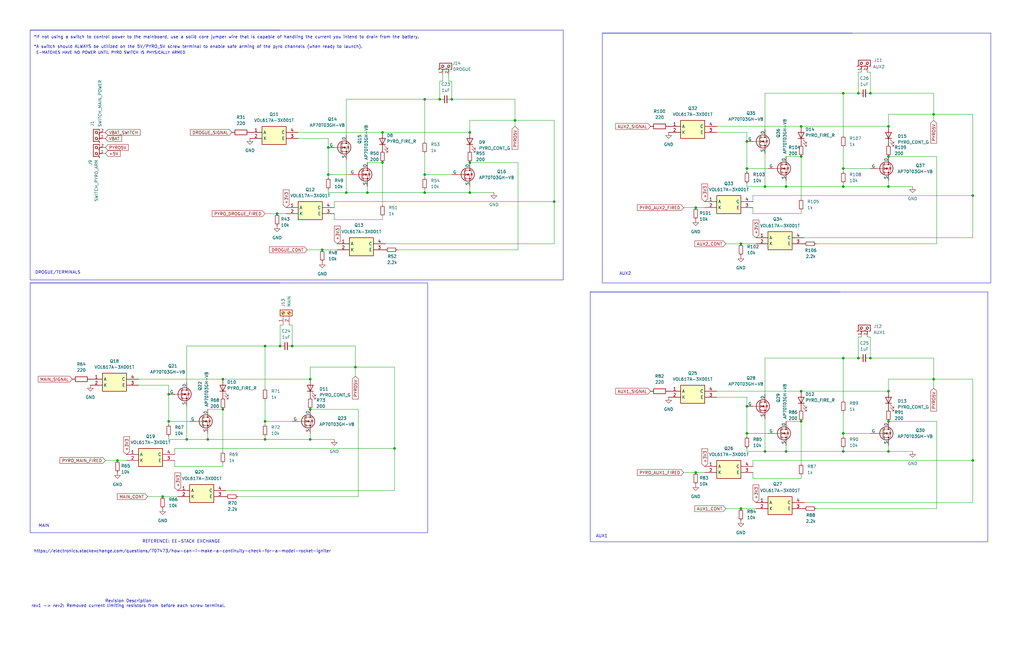
<source format=kicad_sch>
(kicad_sch (version 20231120) (generator "eeschema") (generator_version "8.0")
  (paper "B")
  (junction (at 331.47 190.5))
  (junction (at 138.43 73.66))
  (junction (at 146.05 81.28))
  (junction (at 393.7 160.02))
  (junction (at 111.76 177.8))
  (junction (at 118.11 146.05))
  (junction (at 198.12 68.58))
  (junction (at 198.12 81.28))
  (junction (at 93.98 160.02))
  (junction (at 123.19 146.05))
  (junction (at 355.6 71.12))
  (junction (at 314.96 182.88))
  (junction (at 322.58 78.74))
  (junction (at 314.96 171.45))
  (junction (at 154.94 81.28))
  (junction (at 355.6 39.37))
  (junction (at 179.07 41.91))
  (junction (at 355.6 78.74))
  (junction (at 361.95 151.13))
  (junction (at 367.03 151.13))
  (junction (at 71.12 177.8))
  (junction (at 374.65 78.74))
  (junction (at 374.65 66.04))
  (junction (at 49.53 194.31))
  (junction (at 361.95 39.37))
  (junction (at 161.29 68.58))
  (junction (at 355.6 182.88))
  (junction (at 179.07 73.66))
  (junction (at 111.76 146.05))
  (junction (at 331.47 78.74))
  (junction (at 355.6 151.13))
  (junction (at 130.81 160.02))
  (junction (at 71.12 166.37))
  (junction (at 185.42 41.91))
  (junction (at 68.58 209.55))
  (junction (at 314.96 59.69))
  (junction (at 367.03 39.37))
  (junction (at 135.89 105.41))
  (junction (at 166.37 189.23))
  (junction (at 78.74 185.42))
  (junction (at 374.65 190.5))
  (junction (at 337.82 177.8))
  (junction (at 233.68 85.09))
  (junction (at 410.21 82.55))
  (junction (at 130.81 172.72))
  (junction (at 93.98 172.72))
  (junction (at 161.29 55.88))
  (junction (at 337.82 165.1))
  (junction (at 337.82 66.04))
  (junction (at 149.86 154.94))
  (junction (at 190.5 41.91))
  (junction (at 138.43 62.23))
  (junction (at 374.65 53.34))
  (junction (at 314.96 71.12))
  (junction (at 337.82 53.34))
  (junction (at 293.37 199.39))
  (junction (at 393.7 48.26))
  (junction (at 312.42 102.87))
  (junction (at 312.42 214.63))
  (junction (at 374.65 177.8))
  (junction (at 87.63 185.42))
  (junction (at 355.6 190.5))
  (junction (at 130.81 185.42))
  (junction (at 374.65 165.1))
  (junction (at 116.84 90.17))
  (junction (at 179.07 81.28))
  (junction (at 217.17 50.8))
  (junction (at 322.58 190.5))
  (junction (at 293.37 87.63))
  (junction (at 111.76 185.42))
  (junction (at 198.12 55.88))
  (junction (at 410.21 194.31))
  (wire (pts (xy 355.6 78.74) (xy 355.6 77.47)))
  (wire (pts (xy 394.97 214.63) (xy 394.97 177.8)))
  (wire (pts (xy 78.74 161.29) (xy 78.74 146.05)))
  (polyline (pts (xy 12.7 119.38) (xy 118.11 119.38)))
  (wire (pts (xy 149.86 158.75) (xy 149.86 154.94)))
  (wire (pts (xy 361.95 142.24) (xy 363.22 142.24)))
  (wire (pts (xy 322.58 54.61) (xy 322.58 39.37)))
  (wire (pts (xy 149.86 146.05) (xy 149.86 154.94)))
  (wire (pts (xy 111.76 163.83) (xy 111.76 146.05)))
  (wire (pts (xy 355.6 190.5) (xy 374.65 190.5)))
  (wire (pts (xy 73.66 194.31) (xy 73.66 196.85)))
  (wire (pts (xy 111.76 90.17) (xy 116.84 90.17)))
  (wire (pts (xy 179.07 81.28) (xy 198.12 81.28)))
  (wire (pts (xy 410.21 48.26) (xy 410.21 82.55)))
  (wire (pts (xy 355.6 184.15) (xy 355.6 182.88)))
  (wire (pts (xy 125.73 58.42) (xy 138.43 58.42)))
  (wire (pts (xy 116.84 90.17) (xy 120.65 90.17)))
  (wire (pts (xy 314.96 190.5) (xy 322.58 190.5)))
  (wire (pts (xy 331.47 78.74) (xy 355.6 78.74)))
  (wire (pts (xy 217.17 53.34) (xy 217.17 50.8)))
  (wire (pts (xy 314.96 77.47) (xy 314.96 78.74)))
  (wire (pts (xy 331.47 190.5) (xy 355.6 190.5)))
  (wire (pts (xy 189.23 34.29) (xy 190.5 34.29)))
  (wire (pts (xy 198.12 78.74) (xy 198.12 81.28)))
  (wire (pts (xy 394.97 102.87) (xy 394.97 66.04)))
  (wire (pts (xy 123.19 137.16) (xy 123.19 146.05)))
  (wire (pts (xy 218.44 105.41) (xy 218.44 68.58)))
  (wire (pts (xy 374.65 48.26) (xy 393.7 48.26)))
  (wire (pts (xy 146.05 81.28) (xy 154.94 81.28)))
  (wire (pts (xy 111.76 177.8) (xy 111.76 168.91)))
  (wire (pts (xy 355.6 72.39) (xy 355.6 71.12)))
  (wire (pts (xy 130.81 182.88) (xy 130.81 185.42)))
  (wire (pts (xy 129.54 105.41) (xy 135.89 105.41)))
  (wire (pts (xy 166.37 189.23) (xy 73.66 189.23)))
  (wire (pts (xy 337.82 201.93) (xy 337.82 200.66)))
  (wire (pts (xy 365.76 30.48) (xy 367.03 30.48)))
  (wire (pts (xy 317.5 199.39) (xy 317.5 201.93)))
  (wire (pts (xy 111.76 146.05) (xy 118.11 146.05)))
  (wire (pts (xy 162.56 102.87) (xy 233.68 102.87)))
  (wire (pts (xy 217.17 41.91) (xy 217.17 50.8)))
  (wire (pts (xy 71.12 184.15) (xy 71.12 185.42)))
  (wire (pts (xy 337.82 90.17) (xy 337.82 88.9)))
  (wire (pts (xy 44.45 194.31) (xy 49.53 194.31)))
  (wire (pts (xy 218.44 68.58) (xy 198.12 68.58)))
  (wire (pts (xy 322.58 151.13) (xy 355.6 151.13)))
  (wire (pts (xy 314.96 55.88) (xy 314.96 59.69)))
  (wire (pts (xy 130.81 154.94) (xy 130.81 160.02)))
  (wire (pts (xy 166.37 189.23) (xy 166.37 207.01)))
  (wire (pts (xy 344.17 214.63) (xy 394.97 214.63)))
  (wire (pts (xy 121.92 137.16) (xy 123.19 137.16)))
  (wire (pts (xy 367.03 30.48) (xy 367.03 39.37)))
  (wire (pts (xy 344.17 102.87) (xy 394.97 102.87)))
  (wire (pts (xy 322.58 39.37) (xy 355.6 39.37)))
  (wire (pts (xy 355.6 151.13) (xy 361.95 151.13)))
  (wire (pts (xy 314.96 59.69) (xy 314.96 71.12)))
  (wire (pts (xy 154.94 81.28) (xy 179.07 81.28)))
  (wire (pts (xy 365.76 142.24) (xy 367.03 142.24)))
  (wire (pts (xy 217.17 41.91) (xy 190.5 41.91)))
  (wire (pts (xy 151.13 172.72) (xy 130.81 172.72)))
  (wire (pts (xy 367.03 142.24) (xy 367.03 151.13)))
  (wire (pts (xy 317.5 87.63) (xy 317.5 90.17)))
  (wire (pts (xy 58.42 160.02) (xy 93.98 160.02)))
  (wire (pts (xy 312.42 214.63) (xy 318.77 214.63)))
  (wire (pts (xy 322.58 64.77) (xy 322.58 78.74)))
  (wire (pts (xy 323.85 182.88) (xy 314.96 182.88)))
  (wire (pts (xy 317.5 201.93) (xy 337.82 201.93)))
  (wire (pts (xy 374.65 190.5) (xy 384.81 190.5)))
  (wire (pts (xy 140.97 90.17) (xy 140.97 92.71)))
  (wire (pts (xy 393.7 39.37) (xy 367.03 39.37)))
  (wire (pts (xy 166.37 154.94) (xy 166.37 189.23)))
  (wire (pts (xy 71.12 166.37) (xy 71.12 177.8)))
  (wire (pts (xy 111.76 185.42) (xy 130.81 185.42)))
  (wire (pts (xy 337.82 53.34) (xy 374.65 53.34)))
  (wire (pts (xy 314.96 189.23) (xy 314.96 190.5)))
  (wire (pts (xy 337.82 177.8) (xy 337.82 195.58)))
  (wire (pts (xy 337.82 66.04) (xy 337.82 83.82)))
  (wire (pts (xy 167.64 105.41) (xy 218.44 105.41)))
  (wire (pts (xy 331.47 177.8) (xy 337.82 177.8)))
  (wire (pts (xy 73.66 189.23) (xy 73.66 191.77)))
  (wire (pts (xy 288.29 87.63) (xy 293.37 87.63)))
  (wire (pts (xy 179.07 74.93) (xy 179.07 73.66)))
  (wire (pts (xy 140.97 92.71) (xy 161.29 92.71)))
  (wire (pts (xy 71.12 162.56) (xy 71.12 166.37)))
  (wire (pts (xy 302.26 55.88) (xy 314.96 55.88)))
  (wire (pts (xy 80.01 177.8) (xy 71.12 177.8)))
  (wire (pts (xy 233.68 50.8) (xy 233.68 85.09)))
  (wire (pts (xy 73.66 196.85) (xy 93.98 196.85)))
  (wire (pts (xy 233.68 85.09) (xy 233.68 102.87)))
  (wire (pts (xy 410.21 194.31) (xy 317.5 194.31)))
  (wire (pts (xy 161.29 92.71) (xy 161.29 91.44)))
  (wire (pts (xy 185.42 34.29) (xy 185.42 41.91)))
  (wire (pts (xy 111.76 179.07) (xy 111.76 177.8)))
  (wire (pts (xy 78.74 146.05) (xy 111.76 146.05)))
  (wire (pts (xy 355.6 71.12) (xy 355.6 62.23)))
  (wire (pts (xy 374.65 78.74) (xy 384.81 78.74)))
  (wire (pts (xy 355.6 71.12) (xy 367.03 71.12)))
  (wire (pts (xy 71.12 185.42) (xy 78.74 185.42)))
  (wire (pts (xy 312.42 102.87) (xy 318.77 102.87)))
  (wire (pts (xy 394.97 66.04) (xy 374.65 66.04)))
  (wire (pts (xy 393.7 48.26) (xy 410.21 48.26)))
  (wire (pts (xy 179.07 73.66) (xy 190.5 73.66)))
  (wire (pts (xy 189.23 31.75) (xy 189.23 34.29)))
  (wire (pts (xy 118.11 137.16) (xy 118.11 146.05)))
  (wire (pts (xy 68.58 209.55) (xy 74.93 209.55)))
  (wire (pts (xy 355.6 190.5) (xy 355.6 189.23)))
  (wire (pts (xy 393.7 151.13) (xy 393.7 160.02)))
  (wire (pts (xy 125.73 55.88) (xy 161.29 55.88)))
  (wire (pts (xy 337.82 165.1) (xy 374.65 165.1)))
  (wire (pts (xy 138.43 58.42) (xy 138.43 62.23)))
  (wire (pts (xy 331.47 66.04) (xy 337.82 66.04)))
  (wire (pts (xy 355.6 168.91) (xy 355.6 151.13)))
  (wire (pts (xy 135.89 105.41) (xy 142.24 105.41)))
  (wire (pts (xy 138.43 62.23) (xy 138.43 73.66)))
  (wire (pts (xy 151.13 209.55) (xy 151.13 172.72)))
  (wire (pts (xy 138.43 80.01) (xy 138.43 81.28)))
  (wire (pts (xy 361.95 30.48) (xy 361.95 39.37)))
  (wire (pts (xy 130.81 154.94) (xy 149.86 154.94)))
  (wire (pts (xy 355.6 182.88) (xy 367.03 182.88)))
  (wire (pts (xy 138.43 73.66) (xy 138.43 74.93)))
  (wire (pts (xy 293.37 87.63) (xy 297.18 87.63)))
  (wire (pts (xy 154.94 78.74) (xy 154.94 81.28)))
  (wire (pts (xy 179.07 73.66) (xy 179.07 64.77)))
  (wire (pts (xy 393.7 50.8) (xy 393.7 48.26)))
  (wire (pts (xy 374.65 48.26) (xy 374.65 53.34)))
  (wire (pts (xy 394.97 177.8) (xy 374.65 177.8)))
  (wire (pts (xy 322.58 166.37) (xy 322.58 151.13)))
  (wire (pts (xy 410.21 82.55) (xy 410.21 100.33)))
  (wire (pts (xy 322.58 190.5) (xy 331.47 190.5)))
  (wire (pts (xy 361.95 142.24) (xy 361.95 151.13)))
  (wire (pts (xy 288.29 199.39) (xy 293.37 199.39)))
  (wire (pts (xy 355.6 182.88) (xy 355.6 173.99)))
  (wire (pts (xy 322.58 78.74) (xy 331.47 78.74)))
  (wire (pts (xy 161.29 68.58) (xy 161.29 86.36)))
  (wire (pts (xy 149.86 154.94) (xy 166.37 154.94)))
  (wire (pts (xy 393.7 163.83) (xy 393.7 160.02)))
  (wire (pts (xy 190.5 34.29) (xy 190.5 41.91)))
  (wire (pts (xy 49.53 194.31) (xy 53.34 194.31)))
  (wire (pts (xy 314.96 71.12) (xy 314.96 72.39)))
  (wire (pts (xy 331.47 187.96) (xy 331.47 190.5)))
  (wire (pts (xy 100.33 209.55) (xy 151.13 209.55)))
  (wire (pts (xy 161.29 55.88) (xy 198.12 55.88)))
  (wire (pts (xy 140.97 85.09) (xy 140.97 87.63)))
  (wire (pts (xy 306.07 102.87) (xy 312.42 102.87)))
  (wire (pts (xy 198.12 50.8) (xy 217.17 50.8)))
  (wire (pts (xy 147.32 73.66) (xy 138.43 73.66)))
  (polyline (pts (xy 12.7 12.7) (xy 118.11 12.7)))
  (wire (pts (xy 87.63 185.42) (xy 111.76 185.42)))
  (wire (pts (xy 293.37 199.39) (xy 297.18 199.39)))
  (polyline (pts (xy 254 13.97) (xy 359.41 13.97)))
  (wire (pts (xy 154.94 68.58) (xy 161.29 68.58)))
  (wire (pts (xy 314.96 78.74) (xy 322.58 78.74)))
  (wire (pts (xy 410.21 160.02) (xy 410.21 194.31)))
  (wire (pts (xy 93.98 196.85) (xy 93.98 195.58)))
  (wire (pts (xy 217.17 50.8) (xy 233.68 50.8)))
  (wire (pts (xy 93.98 160.02) (xy 130.81 160.02)))
  (wire (pts (xy 410.21 82.55) (xy 317.5 82.55)))
  (wire (pts (xy 146.05 57.15) (xy 146.05 41.91)))
  (wire (pts (xy 302.26 165.1) (xy 337.82 165.1)))
  (wire (pts (xy 323.85 71.12) (xy 314.96 71.12)))
  (wire (pts (xy 149.86 146.05) (xy 123.19 146.05)))
  (wire (pts (xy 93.98 172.72) (xy 93.98 190.5)))
  (wire (pts (xy 186.69 31.75) (xy 186.69 34.29)))
  (wire (pts (xy 393.7 160.02) (xy 410.21 160.02)))
  (wire (pts (xy 374.65 76.2) (xy 374.65 78.74)))
  (wire (pts (xy 314.96 171.45) (xy 314.96 182.88)))
  (wire (pts (xy 138.43 81.28) (xy 146.05 81.28)))
  (wire (pts (xy 146.05 41.91) (xy 179.07 41.91)))
  (wire (pts (xy 62.23 209.55) (xy 68.58 209.55)))
  (wire (pts (xy 393.7 39.37) (xy 393.7 48.26)))
  (wire (pts (xy 355.6 39.37) (xy 361.95 39.37)))
  (wire (pts (xy 314.96 167.64) (xy 314.96 171.45)))
  (wire (pts (xy 317.5 82.55) (xy 317.5 85.09)))
  (wire (pts (xy 198.12 81.28) (xy 208.28 81.28)))
  (wire (pts (xy 331.47 76.2) (xy 331.47 78.74)))
  (wire (pts (xy 146.05 67.31) (xy 146.05 81.28)))
  (wire (pts (xy 186.69 34.29) (xy 185.42 34.29)))
  (wire (pts (xy 393.7 151.13) (xy 367.03 151.13)))
  (wire (pts (xy 322.58 176.53) (xy 322.58 190.5)))
  (wire (pts (xy 233.68 85.09) (xy 140.97 85.09)))
  (wire (pts (xy 339.09 212.09) (xy 410.21 212.09)))
  (wire (pts (xy 314.96 182.88) (xy 314.96 184.15)))
  (wire (pts (xy 111.76 185.42) (xy 111.76 184.15)))
  (wire (pts (xy 374.65 160.02) (xy 393.7 160.02)))
  (wire (pts (xy 198.12 50.8) (xy 198.12 55.88)))
  (wire (pts (xy 179.07 81.28) (xy 179.07 80.01)))
  (wire (pts (xy 317.5 90.17) (xy 337.82 90.17)))
  (wire (pts (xy 302.26 53.34) (xy 337.82 53.34)))
  (polyline (pts (xy 248.92 123.19) (xy 354.33 123.19)))
  (wire (pts (xy 130.81 185.42) (xy 140.97 185.42)))
  (wire (pts (xy 361.95 30.48) (xy 363.22 30.48)))
  (wire (pts (xy 355.6 57.15) (xy 355.6 39.37)))
  (wire (pts (xy 317.5 194.31) (xy 317.5 196.85)))
  (wire (pts (xy 306.07 214.63) (xy 312.42 214.63)))
  (wire (pts (xy 355.6 78.74) (xy 374.65 78.74)))
  (wire (pts (xy 118.11 137.16) (xy 119.38 137.16)))
  (wire (pts (xy 87.63 172.72) (xy 93.98 172.72)))
  (wire (pts (xy 87.63 182.88) (xy 87.63 185.42)))
  (wire (pts (xy 78.74 171.45) (xy 78.74 185.42)))
  (wire (pts (xy 71.12 177.8) (xy 71.12 179.07)))
  (wire (pts (xy 302.26 167.64) (xy 314.96 167.64)))
  (wire (pts (xy 374.65 187.96) (xy 374.65 190.5)))
  (wire (pts (xy 111.76 177.8) (xy 123.19 177.8)))
  (wire (pts (xy 374.65 160.02) (xy 374.65 165.1)))
  (wire (pts (xy 58.42 162.56) (xy 71.12 162.56)))
  (wire (pts (xy 179.07 59.69) (xy 179.07 41.91)))
  (wire (pts (xy 410.21 194.31) (xy 410.21 212.09)))
  (wire (pts (xy 95.25 207.01) (xy 166.37 207.01)))
  (wire (pts (xy 78.74 185.42) (xy 87.63 185.42)))
  (wire (pts (xy 339.09 100.33) (xy 410.21 100.33)))
  (wire (pts (xy 179.07 41.91) (xy 185.42 41.91)))
  (rectangle (start 12.7 12.7) (end 237.49 118.11))
  (rectangle (start 254 13.97) (end 417.83 119.38))
  (rectangle (start 248.92 123.19) (end 416.56 228.6))
  (rectangle (start 12.7 119.38) (end 180.34 224.79))
  (text "MAIN" (at 18.542 221.996 0) (effects (font (size 1.27 1.27))))
  (text "REFERENCE: EE-STACK EXCHANGE \n\nhttps://electronics.stackexchange.com/questions/707473/how-can-i-make-a-continuity-check-for-a-model-rocket-igniter" (at 76.962 230.632 0) (effects (font (size 1.27 1.27))))
  (text "DROGUE/TERMINALS\n" (at 24.384 115.062 0) (effects (font (size 1.27 1.27))))
  (text "AUX1\n" (at 253.746 226.314 0) (effects (font (size 1.27 1.27))))
  (text "*If not using a switch to control power to the mainboard, use a solid core jumper wire that is capable of handling the current you intend to drain from the battery.\n\n*A switch should ALWAYS be utilized on the 5V/PYRO_5V screw terminal to enable safe arming of the pyro channels (when ready to launch)." (at 14.224 17.78 0) (effects (font (size 1.27 1.27)) (justify left)))
  (text "Revision Description \nrev1 -> rev2: Removed current limiting resistors from before each screw terminal. \n			  \n			  " (at 54.61 256.794 0) (effects (font (size 1.27 1.27))))
  (text "AUX2\n" (at 263.652 115.57 0) (effects (font (size 1.27 1.27))))
  (text "E-MATCHES HAVE NO POWER UNTIL PYRO SWITCH IS PHYSICALLY ARMED" (at 46.736 22.352 0) (effects (font (size 1.143 1.143))))
  (global_label "PYRO_AUX2_FIRED" (shape input) (at 288.29 87.63 180) (property "Intersheetrefs" "${INTERSHEET_REFS}" (effects (hide yes))))
  (global_label "VBAT" (shape input) (at 44.45 58.42 0) (property "Intersheetrefs" "${INTERSHEET_REFS}" (effects (hide yes))))
  (global_label "DROGUE_SIGNAL" (shape input) (at 97.79 55.88 180) (property "Intersheetrefs" "${INTERSHEET_REFS}" (effects (hide yes))))
  (global_label "AUX1_SIGNAL" (shape input) (at 274.32 165.1 180) (property "Intersheetrefs" "${INTERSHEET_REFS}" (effects (hide yes))))
  (global_label "+3V3" (shape input) (at 297.18 196.85 90) (property "Intersheetrefs" "${INTERSHEET_REFS}" (effects (hide yes))))
  (global_label "+3V3" (shape input) (at 74.93 207.01 90) (property "Intersheetrefs" "${INTERSHEET_REFS}" (effects (hide yes))))
  (global_label "VBAT_SWITCH" (shape input) (at 44.45 55.88 0) (property "Intersheetrefs" "${INTERSHEET_REFS}" (effects (hide yes))))
  (global_label "+3V3" (shape input) (at 53.34 191.77 90) (property "Intersheetrefs" "${INTERSHEET_REFS}" (effects (hide yes))))
  (global_label "AUX2_CONT" (shape input) (at 306.07 102.87 180) (property "Intersheetrefs" "${INTERSHEET_REFS}" (effects (hide yes))))
  (global_label "MAIN_CONT" (shape input) (at 62.23 209.55 180) (property "Intersheetrefs" "${INTERSHEET_REFS}" (effects (hide yes))))
  (global_label "PYRO_MAIN_FIRED" (shape input) (at 44.45 194.31 180) (property "Intersheetrefs" "${INTERSHEET_REFS}" (effects (hide yes))))
  (global_label "PYRO5V" (shape input) (at 149.86 158.75 270) (property "Intersheetrefs" "${INTERSHEET_REFS}" (effects (hide yes))))
  (global_label "+3V3" (shape input) (at 120.65 87.63 90) (property "Intersheetrefs" "${INTERSHEET_REFS}" (effects (hide yes))))
  (global_label "PYRO_DROGUE_FIRED" (shape input) (at 111.76 90.17 180) (property "Intersheetrefs" "${INTERSHEET_REFS}" (effects (hide yes))))
  (global_label "AUX1_CONT" (shape input) (at 306.07 214.63 180) (property "Intersheetrefs" "${INTERSHEET_REFS}" (effects (hide yes))))
  (global_label "PYRO5V" (shape input) (at 44.45 62.23 0) (property "Intersheetrefs" "${INTERSHEET_REFS}" (effects (hide yes))))
  (global_label "PYRO5V" (shape input) (at 393.7 50.8 270) (property "Intersheetrefs" "${INTERSHEET_REFS}" (effects (hide yes))))
  (global_label "PYRO_AUX1_FIRED" (shape input) (at 288.29 199.39 180) (property "Intersheetrefs" "${INTERSHEET_REFS}" (effects (hide yes))))
  (global_label "+3V3" (shape input) (at 318.77 100.33 90) (property "Intersheetrefs" "${INTERSHEET_REFS}" (effects (hide yes))))
  (global_label "+3V3" (shape input) (at 318.77 212.09 90) (property "Intersheetrefs" "${INTERSHEET_REFS}" (effects (hide yes))))
  (global_label "DROGUE_CONT" (shape input) (at 129.54 105.41 180) (property "Intersheetrefs" "${INTERSHEET_REFS}" (effects (hide yes))))
  (global_label "+3V3" (shape input) (at 142.24 102.87 90) (property "Intersheetrefs" "${INTERSHEET_REFS}" (effects (hide yes))))
  (global_label "PYRO5V" (shape input) (at 393.7 163.83 270) (property "Intersheetrefs" "${INTERSHEET_REFS}" (effects (hide yes))))
  (global_label "+5V" (shape input) (at 44.45 64.77 0) (property "Intersheetrefs" "${INTERSHEET_REFS}" (effects (hide yes))))
  (global_label "PYRO5V" (shape input) (at 217.17 53.34 270) (property "Intersheetrefs" "${INTERSHEET_REFS}" (effects (hide yes))))
  (global_label "MAIN_SIGNAL" (shape input) (at 30.48 160.02 180) (property "Intersheetrefs" "${INTERSHEET_REFS}" (effects (hide yes))))
  (global_label "AUX2_SIGNAL" (shape input) (at 274.32 53.34 180) (property "Intersheetrefs" "${INTERSHEET_REFS}" (effects (hide yes))))
  (global_label "+3V3" (shape input) (at 297.18 85.09 90) (property "Intersheetrefs" "${INTERSHEET_REFS}" (effects (hide yes))))
  (symbol (lib_id "cr-2032:R_Small") (at 341.63 102.87 270) (unit 1)
    (property "Reference" "R106" (at 341.884 105.664 90))
    (property "Value" "2.2k" (at 341.884 108.204 90))
    (property "Footprint" "Resistor_SMD:R_0603_1608Metric" (effects (hide yes)))
    (property "Description" "Resistor, small symbol" (effects (hide yes)))
  )
  (symbol (lib_id "1x2 Screw Terminal:691214110002") (at 365.76 137.16 0) (unit 1)
    (property "Reference" "J12" (at 368.3 137.7314 0) (effects (justify left)))
    (property "Value" "AUX1" (at 368.3 140.2714 0) (effects (justify left)))
    (property "Footprint" "691214110002:691214110002" (effects (hide yes)))
    (property "Description" "Generic screw terminal, single row, 01x02, script generated (kicad-library-utils/schlib/autogen/connector/)" (effects (hide yes)))
    (property "Check_prices" "https://www.snapeda.com/parts/691214110002/Wurth+Electronics/view-part/?ref=eda" (effects (hide yes)))
    (property "WIRE" "24 to 16 (AWG) 0.205 to 1.31 (mm²)" (effects (hide yes)))
    (property "Description_1" "Serie 2141 - 3,50mm pitch - Modular THT - Green - Horizontal cable entry Rising Cage Clamp 8.5mm height - 02p" (effects (hide yes)))
    (property "Package" "None" (effects (hide yes)))
    (property "MOUNT" "THT" (effects (hide yes)))
    (property "IR-UL" "10A" (effects (hide yes)))
    (property "Availability" "In Stock" (effects (hide yes)))
    (property "WORKING-VOLTAGE-UL" "300V (AC)" (effects (hide yes)))
    (property "PART-NUMBER" "691214110002" (effects (hide yes)))
    (property "MF" "Wurth Electronics" (effects (hide yes)))
    (property "DATASHEET-URL" "https://www.we-online.com/redexpert/spec/691214110002?ae" (effects (hide yes)))
    (property "MP" "691214110002" (effects (hide yes)))
    (property "PITCH" "3.5mm" (effects (hide yes)))
    (property "PINS" "2" (effects (hide yes)))
    (property "TYPE" "Horizontal" (effects (hide yes)))
    (property "Price" "None" (effects (hide yes)))
    (property "SnapEDA_Link" "https://www.snapeda.com/parts/691214110002/Wurth+Electronics/view-part/?ref=snap" (effects (hide yes)))
  )
  (symbol (lib_id "Optoisolator:VOL617A-3X001T") (at 318.77 212.09 0) (unit 1)
    (property "Reference" "Q27" (at 327.914 204.216 0))
    (property "Value" "VOL617A-3X001T" (at 328.93 207.01 0))
    (property "Footprint" "LIB_VOL617A-3X001T:SOP254P1015X230-4N" (effects (hide yes)))
    (property "Datasheet" "https://www.vishay.com/docs/82424/vol617a.pdf" (effects (hide yes)))
    (property "Description" "Transistor Output Optocouplers Phototransistor Out CTR 100-200% IF=5M" (effects (hide yes)))
    (property "Height" "2.3" (effects (hide yes)))
    (property "Mouser Part Number" "78-VOL617A-3X001T" (effects (hide yes)))
    (property "Mouser Price/Stock" "https://www.mouser.co.uk/ProductDetail/Vishay-Semiconductors/VOL617A-3X001T?qs=s4XK1XdnRilgLzp851N9tg%3D%3D" (effects (hide yes)))
    (property "Manufacturer_Name" "Vishay" (effects (hide yes)))
    (property "Manufacturer_Part_Number" "VOL617A-3X001T" (effects (hide yes)))
  )
  (symbol (lib_id "1x2 Screw Terminal:691214110002") (at 365.76 25.4 0) (unit 1)
    (property "Reference" "J11" (at 368.554 25.4 0) (effects (justify left)))
    (property "Value" "AUX2" (at 368.046 28.194 0) (effects (justify left)))
    (property "Footprint" "691214110002:691214110002" (effects (hide yes)))
    (property "Description" "Generic screw terminal, single row, 01x02, script generated (kicad-library-utils/schlib/autogen/connector/)" (effects (hide yes)))
    (property "Check_prices" "https://www.snapeda.com/parts/691214110002/Wurth+Electronics/view-part/?ref=eda" (effects (hide yes)))
    (property "WIRE" "24 to 16 (AWG) 0.205 to 1.31 (mm²)" (effects (hide yes)))
    (property "Description_1" "Serie 2141 - 3,50mm pitch - Modular THT - Green - Horizontal cable entry Rising Cage Clamp 8.5mm height - 02p" (effects (hide yes)))
    (property "Package" "None" (effects (hide yes)))
    (property "MOUNT" "THT" (effects (hide yes)))
    (property "IR-UL" "10A" (effects (hide yes)))
    (property "Availability" "In Stock" (effects (hide yes)))
    (property "WORKING-VOLTAGE-UL" "300V (AC)" (effects (hide yes)))
    (property "PART-NUMBER" "691214110002" (effects (hide yes)))
    (property "MF" "Wurth Electronics" (effects (hide yes)))
    (property "DATASHEET-URL" "https://www.we-online.com/redexpert/spec/691214110002?ae" (effects (hide yes)))
    (property "MP" "691214110002" (effects (hide yes)))
    (property "PITCH" "3.5mm" (effects (hide yes)))
    (property "PINS" "2" (effects (hide yes)))
    (property "TYPE" "Horizontal" (effects (hide yes)))
    (property "Price" "None" (effects (hide yes)))
    (property "SnapEDA_Link" "https://www.snapeda.com/parts/691214110002/Wurth+Electronics/view-part/?ref=snap" (effects (hide yes)))
  )
  (symbol (lib_name "GND_7") (lib_id "power:GND") (at 281.94 55.88 0) (unit 1)
    (property "Reference" "#PWR080" (effects (hide yes)))
    (property "Value" "GND" (at 281.94 60.96 0))
    (property "Description" "Power symbol creates a global label with name \"GND\" , ground" (effects (hide yes)))
  )
  (symbol (lib_id "cr-2032:R_Small") (at 314.96 186.69 0) (unit 1)
    (property "Reference" "R85" (at 317.5 185.4199 0) (effects (justify left)))
    (property "Value" "10k" (at 317.5 187.9599 0) (effects (justify left)))
    (property "Footprint" "Resistor_SMD:R_0603_1608Metric" (effects (hide yes)))
    (property "Description" "Resistor, small symbol" (effects (hide yes)))
  )
  (symbol (lib_id "cr-2032:LED") (at 130.81 163.83 90) (unit 1)
    (property "Reference" "D11" (at 134.62 164.1474 90) (effects (justify right)))
    (property "Value" "PYRO_CONT_G" (at 134.62 166.6874 90) (effects (justify right)))
    (property "Footprint" "LED_SMD:LED_0603_1608Metric" (effects (hide yes)))
    (property "Description" "Light emitting diode" (effects (hide yes)))
  )
  (symbol (lib_name "GND_15") (lib_id "power:GND") (at 116.84 95.25 0) (unit 1)
    (property "Reference" "#PWR066" (effects (hide yes)))
    (property "Value" "GND" (at 116.84 100.33 0))
    (property "Description" "Power symbol creates a global label with name \"GND\" , ground" (effects (hide yes)))
  )
  (symbol (lib_id "cr-2032:R_Small") (at 111.76 166.37 0) (unit 1)
    (property "Reference" "R71" (at 114.3 165.0999 0) (effects (justify left)))
    (property "Value" "1k" (at 114.3 167.6399 0) (effects (justify left)))
    (property "Footprint" "Resistor_SMD:R_0603_1608Metric" (effects (hide yes)))
    (property "Description" "Resistor, small symbol" (effects (hide yes)))
  )
  (symbol (lib_id "cr-2032:LED") (at 374.65 57.15 90) (unit 1)
    (property "Reference" "D15" (at 378.46 57.4674 90) (effects (justify right)))
    (property "Value" "PYRO_CONT_G" (at 378.46 60.0074 90) (effects (justify right)))
    (property "Footprint" "LED_SMD:LED_0603_1608Metric" (effects (hide yes)))
    (property "Description" "Light emitting diode" (effects (hide yes)))
  )
  (symbol (lib_id "Simulation_SPICE:NMOS") (at 195.58 73.66 0) (unit 1)
    (property "Reference" "Q16" (at 209.55 72.3899 0) (effects (justify left)))
    (property "Value" "AP70T03GH-VB" (at 201.93 74.9299 0) (effects (justify left)))
    (property "Footprint" "to-252-n-mosfet:D-PAK_TO252AA" (effects (hide yes)))
    (property "Datasheet" "https://ngspice.sourceforge.io/docs/ngspice-html-manual/manual.xhtml#cha_MOSFETs" (effects (hide yes)))
    (property "Description" "N-MOSFET transistor, drain/source/gate" (effects (hide yes)))
    (property "Sim.Device" "NMOS" (effects (hide yes)))
    (property "Sim.Type" "VDMOS" (effects (hide yes)))
    (property "Sim.Pins" "1=D 2=G 3=S" (effects (hide yes)))
  )
  (symbol (lib_id "cr-2032:R_Small") (at 198.12 66.04 0) (unit 1)
    (property "Reference" "R55" (at 200.66 64.7699 0) (effects (justify left)))
    (property "Value" "200" (at 200.66 67.3099 0) (effects (justify left)))
    (property "Footprint" "Resistor_SMD:R_0603_1608Metric" (effects (hide yes)))
    (property "Description" "Resistor, small symbol" (effects (hide yes)))
  )
  (symbol (lib_id "cr-2032:R_Small") (at 130.81 170.18 0) (unit 1)
    (property "Reference" "R73" (at 133.35 168.9099 0) (effects (justify left)))
    (property "Value" "200" (at 133.35 171.4499 0) (effects (justify left)))
    (property "Footprint" "Resistor_SMD:R_0603_1608Metric" (effects (hide yes)))
    (property "Description" "Resistor, small symbol" (effects (hide yes)))
  )
  (symbol (lib_id "Simulation_SPICE:NMOS") (at 76.2 166.37 0) (unit 1)
    (property "Reference" "Q21" (at 70.866 154.432 0) (effects (justify left)))
    (property "Value" "AP70T03GH-VB" (at 63.246 156.972 0) (effects (justify left)))
    (property "Footprint" "to-252-n-mosfet:D-PAK_TO252AA" (effects (hide yes)))
    (property "Datasheet" "https://ngspice.sourceforge.io/docs/ngspice-html-manual/manual.xhtml#cha_MOSFETs" (effects (hide yes)))
    (property "Description" "N-MOSFET transistor, drain/source/gate" (effects (hide yes)))
    (property "Sim.Device" "NMOS" (effects (hide yes)))
    (property "Sim.Type" "VDMOS" (effects (hide yes)))
    (property "Sim.Pins" "1=D 2=G 3=S" (effects (hide yes)))
  )
  (symbol (lib_id "cr-2032:R_Small") (at 71.12 181.61 0) (unit 1)
    (property "Reference" "R67" (at 73.66 180.3399 0) (effects (justify left)))
    (property "Value" "10k" (at 73.66 182.8799 0) (effects (justify left)))
    (property "Footprint" "Resistor_SMD:R_0603_1608Metric" (effects (hide yes)))
    (property "Description" "Resistor, small symbol" (effects (hide yes)))
  )
  (symbol (lib_id "Optoisolator:VOL617A-3X001T") (at 281.94 165.1 0) (unit 1)
    (property "Reference" "Q25" (at 292.1 157.48 0))
    (property "Value" "VOL617A-3X001T" (at 292.1 160.02 0))
    (property "Footprint" "LIB_VOL617A-3X001T:SOP254P1015X230-4N" (effects (hide yes)))
    (property "Datasheet" "https://www.vishay.com/docs/82424/vol617a.pdf" (effects (hide yes)))
    (property "Description" "Transistor Output Optocouplers Phototransistor Out CTR 100-200% IF=5M" (effects (hide yes)))
    (property "Height" "2.3" (effects (hide yes)))
    (property "Mouser Part Number" "78-VOL617A-3X001T" (effects (hide yes)))
    (property "Mouser Price/Stock" "https://www.mouser.co.uk/ProductDetail/Vishay-Semiconductors/VOL617A-3X001T?qs=s4XK1XdnRilgLzp851N9tg%3D%3D" (effects (hide yes)))
    (property "Manufacturer_Name" "Vishay" (effects (hide yes)))
    (property "Manufacturer_Part_Number" "VOL617A-3X001T" (effects (hide yes)))
  )
  (symbol (lib_id "Optoisolator:VOL617A-3X001T") (at 105.41 55.88 0) (unit 1)
    (property "Reference" "Q11" (at 115.57 48.26 0))
    (property "Value" "VOL617A-3X001T" (at 115.57 50.8 0))
    (property "Footprint" "LIB_VOL617A-3X001T:SOP254P1015X230-4N" (effects (hide yes)))
    (property "Datasheet" "https://www.vishay.com/docs/82424/vol617a.pdf" (effects (hide yes)))
    (property "Description" "Transistor Output Optocouplers Phototransistor Out CTR 100-200% IF=5M" (effects (hide yes)))
    (property "Height" "2.3" (effects (hide yes)))
    (property "Mouser Part Number" "78-VOL617A-3X001T" (effects (hide yes)))
    (property "Mouser Price/Stock" "https://www.mouser.co.uk/ProductDetail/Vishay-Semiconductors/VOL617A-3X001T?qs=s4XK1XdnRilgLzp851N9tg%3D%3D" (effects (hide yes)))
    (property "Manufacturer_Name" "Vishay" (effects (hide yes)))
    (property "Manufacturer_Part_Number" "VOL617A-3X001T" (effects (hide yes)))
  )
  (symbol (lib_name "GND_7") (lib_id "power:GND") (at 105.41 58.42 0) (unit 1)
    (property "Reference" "#PWR065" (effects (hide yes)))
    (property "Value" "GND" (at 105.41 63.5 0))
    (property "Description" "Power symbol creates a global label with name \"GND\" , ground" (effects (hide yes)))
  )
  (symbol (lib_id "Simulation_SPICE:NMOS") (at 85.09 177.8 0) (unit 1)
    (property "Reference" "Q22" (at 84.328 164.846 90) (effects (justify left)))
    (property "Value" "AP70T03GH-VB" (at 87.122 171.704 90) (effects (justify left)))
    (property "Footprint" "to-252-n-mosfet:D-PAK_TO252AA" (effects (hide yes)))
    (property "Datasheet" "https://ngspice.sourceforge.io/docs/ngspice-html-manual/manual.xhtml#cha_MOSFETs" (effects (hide yes)))
    (property "Description" "N-MOSFET transistor, drain/source/gate" (effects (hide yes)))
    (property "Sim.Device" "NMOS" (effects (hide yes)))
    (property "Sim.Type" "VDMOS" (effects (hide yes)))
    (property "Sim.Pins" "1=D 2=G 3=S" (effects (hide yes)))
  )
  (symbol (lib_id "cr-2032:R_Small") (at 337.82 198.12 0) (unit 1)
    (property "Reference" "R87" (at 340.36 196.8499 0) (effects (justify left)))
    (property "Value" "1k" (at 340.36 199.3899 0) (effects (justify left)))
    (property "Footprint" "Resistor_SMD:R_0603_1608Metric" (effects (hide yes)))
    (property "Description" "Resistor, small symbol" (effects (hide yes)))
  )
  (symbol (lib_id "cr-2032:R_Small") (at 374.65 63.5 0) (unit 1)
    (property "Reference" "R109" (at 377.19 62.2299 0) (effects (justify left)))
    (property "Value" "200" (at 377.19 64.7699 0) (effects (justify left)))
    (property "Footprint" "Resistor_SMD:R_0603_1608Metric" (effects (hide yes)))
    (property "Description" "Resistor, small symbol" (effects (hide yes)))
  )
  (symbol (lib_id "Device:R") (at 101.6 55.88 90) (unit 1)
    (property "Reference" "R31" (at 101.6 49.53 90))
    (property "Value" "220" (at 101.6 52.07 90))
    (property "Footprint" "Resistor_SMD:R_0805_2012Metric" (effects (hide yes)))
    (property "Description" "Resistor" (effects (hide yes)))
  )
  (symbol (lib_name "GND_7") (lib_id "power:GND") (at 38.1 162.56 0) (unit 1)
    (property "Reference" "#PWR070" (effects (hide yes)))
    (property "Value" "GND" (at 38.1 167.64 0))
    (property "Description" "Power symbol creates a global label with name \"GND\" , ground" (effects (hide yes)))
  )
  (symbol (lib_id "Optoisolator:VOL617A-3X001T") (at 38.1 160.02 0) (unit 1)
    (property "Reference" "Q18" (at 48.26 152.4 0))
    (property "Value" "VOL617A-3X001T" (at 48.26 154.94 0))
    (property "Footprint" "LIB_VOL617A-3X001T:SOP254P1015X230-4N" (effects (hide yes)))
    (property "Datasheet" "https://www.vishay.com/docs/82424/vol617a.pdf" (effects (hide yes)))
    (property "Description" "Transistor Output Optocouplers Phototransistor Out CTR 100-200% IF=5M" (effects (hide yes)))
    (property "Height" "2.3" (effects (hide yes)))
    (property "Mouser Part Number" "78-VOL617A-3X001T" (effects (hide yes)))
    (property "Mouser Price/Stock" "https://www.mouser.co.uk/ProductDetail/Vishay-Semiconductors/VOL617A-3X001T?qs=s4XK1XdnRilgLzp851N9tg%3D%3D" (effects (hide yes)))
    (property "Manufacturer_Name" "Vishay" (effects (hide yes)))
    (property "Manufacturer_Part_Number" "VOL617A-3X001T" (effects (hide yes)))
  )
  (symbol (lib_id "cr-2032:R_Small") (at 355.6 74.93 0) (unit 1)
    (property "Reference" "R108" (at 358.14 73.6599 0) (effects (justify left)))
    (property "Value" "10k" (at 358.14 76.1999 0) (effects (justify left)))
    (property "Footprint" "Resistor_SMD:R_0603_1608Metric" (effects (hide yes)))
    (property "Description" "Resistor, small symbol" (effects (hide yes)))
  )
  (symbol (lib_name "GND_8") (lib_id "power:GND") (at 384.81 190.5 0) (unit 1)
    (property "Reference" "#PWR078" (effects (hide yes)))
    (property "Value" "GND" (at 384.81 195.58 0))
    (property "Description" "Power symbol creates a global label with name \"GND\" , ground" (effects (hide yes)))
  )
  (symbol (lib_name "GND_8") (lib_id "power:GND") (at 384.81 78.74 0) (unit 1)
    (property "Reference" "#PWR083" (effects (hide yes)))
    (property "Value" "GND" (at 384.81 83.82 0))
    (property "Description" "Power symbol creates a global label with name \"GND\" , ground" (effects (hide yes)))
  )
  (symbol (lib_id "cr-2032:R_Small") (at 314.96 74.93 0) (unit 1)
    (property "Reference" "R103" (at 317.5 73.6599 0) (effects (justify left)))
    (property "Value" "10k" (at 317.5 76.1999 0) (effects (justify left)))
    (property "Footprint" "Resistor_SMD:R_0603_1608Metric" (effects (hide yes)))
    (property "Description" "Resistor, small symbol" (effects (hide yes)))
  )
  (symbol (lib_id "Device:R") (at 34.29 160.02 90) (unit 1)
    (property "Reference" "R64" (at 34.29 153.67 90))
    (property "Value" "220" (at 34.29 156.21 90))
    (property "Footprint" "Resistor_SMD:R_0805_2012Metric" (effects (hide yes)))
    (property "Description" "Resistor" (effects (hide yes)))
  )
  (symbol (lib_id "cr-2032:R_Small") (at 111.76 181.61 0) (unit 1)
    (property "Reference" "R72" (at 114.3 180.3399 0) (effects (justify left)))
    (property "Value" "10k" (at 114.3 182.8799 0) (effects (justify left)))
    (property "Footprint" "Resistor_SMD:R_0603_1608Metric" (effects (hide yes)))
    (property "Description" "Resistor, small symbol" (effects (hide yes)))
  )
  (symbol (lib_id "cr-2032:R_Small") (at 138.43 77.47 0) (unit 1)
    (property "Reference" "R49" (at 140.97 76.1999 0) (effects (justify left)))
    (property "Value" "10k" (at 140.97 78.7399 0) (effects (justify left)))
    (property "Footprint" "Resistor_SMD:R_0603_1608Metric" (effects (hide yes)))
    (property "Description" "Resistor, small symbol" (effects (hide yes)))
  )
  (symbol (lib_id "cr-2032:R_Small") (at 355.6 171.45 0) (unit 1)
    (property "Reference" "R89" (at 358.14 170.1799 0) (effects (justify left)))
    (property "Value" "1k" (at 358.14 172.7199 0) (effects (justify left)))
    (property "Footprint" "Resistor_SMD:R_0603_1608Metric" (effects (hide yes)))
    (property "Description" "Resistor, small symbol" (effects (hide yes)))
  )
  (symbol (lib_name "GND_16") (lib_id "power:GND") (at 68.58 214.63 0) (unit 1)
    (property "Reference" "#PWR072" (effects (hide yes)))
    (property "Value" "GND" (at 68.58 219.71 0))
    (property "Description" "Power symbol creates a global label with name \"GND\" , ground" (effects (hide yes)))
  )
  (symbol (lib_name "GND_8") (lib_id "power:GND") (at 140.97 185.42 0) (unit 1)
    (property "Reference" "#PWR073" (effects (hide yes)))
    (property "Value" "GND" (at 140.97 190.5 0))
    (property "Description" "Power symbol creates a global label with name \"GND\" , ground" (effects (hide yes)))
  )
  (symbol (lib_name "GND_16") (lib_id "power:GND") (at 312.42 107.95 0) (unit 1)
    (property "Reference" "#PWR082" (effects (hide yes)))
    (property "Value" "GND" (at 312.42 113.03 0))
    (property "Description" "Power symbol creates a global label with name \"GND\" , ground" (effects (hide yes)))
  )
  (symbol (lib_name "GND_15") (lib_id "power:GND") (at 293.37 92.71 0) (unit 1)
    (property "Reference" "#PWR081" (effects (hide yes)))
    (property "Value" "GND" (at 293.37 97.79 0))
    (property "Description" "Power symbol creates a global label with name \"GND\" , ground" (effects (hide yes)))
  )
  (symbol (lib_id "Optoisolator:VOL617A-3X001T") (at 318.77 100.33 0) (unit 1)
    (property "Reference" "Q34" (at 327.914 92.456 0))
    (property "Value" "VOL617A-3X001T" (at 328.93 95.25 0))
    (property "Footprint" "LIB_VOL617A-3X001T:SOP254P1015X230-4N" (effects (hide yes)))
    (property "Datasheet" "https://www.vishay.com/docs/82424/vol617a.pdf" (effects (hide yes)))
    (property "Description" "Transistor Output Optocouplers Phototransistor Out CTR 100-200% IF=5M" (effects (hide yes)))
    (property "Height" "2.3" (effects (hide yes)))
    (property "Mouser Part Number" "78-VOL617A-3X001T" (effects (hide yes)))
    (property "Mouser Price/Stock" "https://www.mouser.co.uk/ProductDetail/Vishay-Semiconductors/VOL617A-3X001T?qs=s4XK1XdnRilgLzp851N9tg%3D%3D" (effects (hide yes)))
    (property "Manufacturer_Name" "Vishay" (effects (hide yes)))
    (property "Manufacturer_Part_Number" "VOL617A-3X001T" (effects (hide yes)))
  )
  (symbol (lib_id "Simulation_SPICE:NMOS") (at 152.4 73.66 0) (unit 1)
    (property "Reference" "Q15" (at 151.638 60.706 90) (effects (justify left)))
    (property "Value" "AP70T03GH-VB" (at 154.432 67.564 90) (effects (justify left)))
    (property "Footprint" "to-252-n-mosfet:D-PAK_TO252AA" (effects (hide yes)))
    (property "Datasheet" "https://ngspice.sourceforge.io/docs/ngspice-html-manual/manual.xhtml#cha_MOSFETs" (effects (hide yes)))
    (property "Description" "N-MOSFET transistor, drain/source/gate" (effects (hide yes)))
    (property "Sim.Device" "NMOS" (effects (hide yes)))
    (property "Sim.Type" "VDMOS" (effects (hide yes)))
    (property "Sim.Pins" "1=D 2=G 3=S" (effects (hide yes)))
  )
  (symbol (lib_id "cr-2032:R_Small") (at 374.65 175.26 0) (unit 1)
    (property "Reference" "R91" (at 377.19 173.9899 0) (effects (justify left)))
    (property "Value" "200" (at 377.19 176.5299 0) (effects (justify left)))
    (property "Footprint" "Resistor_SMD:R_0603_1608Metric" (effects (hide yes)))
    (property "Description" "Resistor, small symbol" (effects (hide yes)))
  )
  (symbol (lib_id "cr-2032:R_Small") (at 337.82 175.26 0) (unit 1)
    (property "Reference" "R86" (at 332.486 173.99 0) (effects (justify left)))
    (property "Value" "200" (at 332.486 176.53 0) (effects (justify left)))
    (property "Footprint" "Resistor_SMD:R_0603_1608Metric" (effects (hide yes)))
    (property "Description" "Resistor, small symbol" (effects (hide yes)))
  )
  (symbol (lib_id "cr-2032:LED") (at 198.12 59.69 90) (unit 1)
    (property "Reference" "D9" (at 201.93 60.0074 90) (effects (justify right)))
    (property "Value" "PYRO_CONT_G" (at 201.93 62.5474 90) (effects (justify right)))
    (property "Footprint" "LED_SMD:LED_0603_1608Metric" (effects (hide yes)))
    (property "Description" "Light emitting diode" (effects (hide yes)))
  )
  (symbol (lib_name "GND_15") (lib_id "power:GND") (at 293.37 204.47 0) (unit 1)
    (property "Reference" "#PWR076" (effects (hide yes)))
    (property "Value" "GND" (at 293.37 209.55 0))
    (property "Description" "Power symbol creates a global label with name \"GND\" , ground" (effects (hide yes)))
  )
  (symbol (lib_name "GND_16") (lib_id "power:GND") (at 312.42 219.71 0) (unit 1)
    (property "Reference" "#PWR077" (effects (hide yes)))
    (property "Value" "GND" (at 312.42 224.79 0))
    (property "Description" "Power symbol creates a global label with name \"GND\" , ground" (effects (hide yes)))
  )
  (symbol (lib_name "GND_15") (lib_id "power:GND") (at 49.53 199.39 0) (unit 1)
    (property "Reference" "#PWR071" (effects (hide yes)))
    (property "Value" "GND" (at 49.53 204.47 0))
    (property "Description" "Power symbol creates a global label with name \"GND\" , ground" (effects (hide yes)))
  )
  (symbol (lib_id "cr-2032:C_Small") (at 187.96 41.91 90) (unit 1)
    (property "Reference" "C23" (at 187.9663 35.56 90))
    (property "Value" "1uF" (at 187.9663 38.1 90))
    (property "Footprint" "Capacitor_SMD:C_0201_0603Metric" (effects (hide yes)))
    (property "Description" "Unpolarized capacitor, small symbol" (effects (hide yes)))
  )
  (symbol (lib_id "cr-2032:R_Small") (at 312.42 217.17 0) (unit 1)
    (property "Reference" "R84" (at 314.96 215.8999 0) (effects (justify left)))
    (property "Value" "10k" (at 314.96 218.4399 0) (effects (justify left)))
    (property "Footprint" "Resistor_SMD:R_0603_1608Metric" (effects (hide yes)))
    (property "Description" "Resistor, small symbol" (effects (hide yes)))
  )
  (symbol (lib_id "cr-2032:LED") (at 93.98 163.83 90) (unit 1)
    (property "Reference" "D10" (at 95.758 161.29 90) (effects (justify right)))
    (property "Value" "PYRO_FIRE_R" (at 95.758 163.83 90) (effects (justify right)))
    (property "Footprint" "LED_SMD:LED_0603_1608Metric" (effects (hide yes)))
    (property "Description" "Light emitting diode" (effects (hide yes)))
  )
  (symbol (lib_id "Optoisolator:VOL617A-3X001T") (at 297.18 196.85 0) (unit 1)
    (property "Reference" "Q26" (at 307.34 189.23 0))
    (property "Value" "VOL617A-3X001T" (at 307.34 191.77 0))
    (property "Footprint" "LIB_VOL617A-3X001T:SOP254P1015X230-4N" (effects (hide yes)))
    (property "Datasheet" "https://www.vishay.com/docs/82424/vol617a.pdf" (effects (hide yes)))
    (property "Description" "Transistor Output Optocouplers Phototransistor Out CTR 100-200% IF=5M" (effects (hide yes)))
    (property "Height" "2.3" (effects (hide yes)))
    (property "Mouser Part Number" "78-VOL617A-3X001T" (effects (hide yes)))
    (property "Mouser Price/Stock" "https://www.mouser.co.uk/ProductDetail/Vishay-Semiconductors/VOL617A-3X001T?qs=s4XK1XdnRilgLzp851N9tg%3D%3D" (effects (hide yes)))
    (property "Manufacturer_Name" "Vishay" (effects (hide yes)))
    (property "Manufacturer_Part_Number" "VOL617A-3X001T" (effects (hide yes)))
  )
  (symbol (lib_id "cr-2032:R_Small") (at 165.1 105.41 270) (unit 1)
    (property "Reference" "R52" (at 165.354 108.204 90))
    (property "Value" "2.2k" (at 165.354 110.744 90))
    (property "Footprint" "Resistor_SMD:R_0603_1608Metric" (effects (hide yes)))
    (property "Description" "Resistor, small symbol" (effects (hide yes)))
  )
  (symbol (lib_id "cr-2032:R_Small") (at 337.82 63.5 0) (unit 1)
    (property "Reference" "R104" (at 332.486 62.23 0) (effects (justify left)))
    (property "Value" "200" (at 332.486 64.77 0) (effects (justify left)))
    (property "Footprint" "Resistor_SMD:R_0603_1608Metric" (effects (hide yes)))
    (property "Description" "Resistor, small symbol" (effects (hide yes)))
  )
  (symbol (lib_id "cr-2032:LED") (at 337.82 57.15 90) (unit 1)
    (property "Reference" "D14" (at 339.598 54.61 90) (effects (justify right)))
    (property "Value" "PYRO_FIRE_R" (at 339.598 57.15 90) (effects (justify right)))
    (property "Footprint" "LED_SMD:LED_0603_1608Metric" (effects (hide yes)))
    (property "Description" "Light emitting diode" (effects (hide yes)))
  )
  (symbol (lib_id "cr-2032:C_Small") (at 364.49 151.13 90) (unit 1)
    (property "Reference" "C25" (at 364.4963 144.78 90))
    (property "Value" "1uF" (at 364.4963 147.32 90))
    (property "Footprint" "Capacitor_SMD:C_0201_0603Metric" (effects (hide yes)))
    (property "Description" "Unpolarized capacitor, small symbol" (effects (hide yes)))
  )
  (symbol (lib_id "Simulation_SPICE:NMOS") (at 320.04 171.45 0) (unit 1)
    (property "Reference" "Q28" (at 314.706 159.512 0) (effects (justify left)))
    (property "Value" "AP70T03GH-VB" (at 307.086 162.052 0) (effects (justify left)))
    (property "Footprint" "to-252-n-mosfet:D-PAK_TO252AA" (effects (hide yes)))
    (property "Datasheet" "https://ngspice.sourceforge.io/docs/ngspice-html-manual/manual.xhtml#cha_MOSFETs" (effects (hide yes)))
    (property "Description" "N-MOSFET transistor, drain/source/gate" (effects (hide yes)))
    (property "Sim.Device" "NMOS" (effects (hide yes)))
    (property "Sim.Type" "VDMOS" (effects (hide yes)))
    (property "Sim.Pins" "1=D 2=G 3=S" (effects (hide yes)))
  )
  (symbol (lib_id "cr-2032:R_Small") (at 337.82 86.36 0) (unit 1)
    (property "Reference" "R105" (at 340.36 85.0899 0) (effects (justify left)))
    (property "Value" "1k" (at 340.36 87.6299 0) (effects (justify left)))
    (property "Footprint" "Resistor_SMD:R_0603_1608Metric" (effects (hide yes)))
    (property "Description" "Resistor, small symbol" (effects (hide yes)))
  )
  (symbol (lib_id "Simulation_SPICE:NMOS") (at 328.93 71.12 0) (unit 1)
    (property "Reference" "Q36" (at 328.168 58.166 90) (effects (justify left)))
    (property "Value" "AP70T03GH-VB" (at 330.962 65.024 90) (effects (justify left)))
    (property "Footprint" "to-252-n-mosfet:D-PAK_TO252AA" (effects (hide yes)))
    (property "Datasheet" "https://ngspice.sourceforge.io/docs/ngspice-html-manual/manual.xhtml#cha_MOSFETs" (effects (hide yes)))
    (property "Description" "N-MOSFET transistor, drain/source/gate" (effects (hide yes)))
    (property "Sim.Device" "NMOS" (effects (hide yes)))
    (property "Sim.Type" "VDMOS" (effects (hide yes)))
    (property "Sim.Pins" "1=D 2=G 3=S" (effects (hide yes)))
  )
  (symbol (lib_name "GND_16") (lib_id "power:GND") (at 135.89 110.49 0) (unit 1)
    (property "Reference" "#PWR067" (effects (hide yes)))
    (property "Value" "GND" (at 135.89 115.57 0))
    (property "Description" "Power symbol creates a global label with name \"GND\" , ground" (effects (hide yes)))
  )
  (symbol (lib_id "cr-2032:R_Small") (at 355.6 59.69 0) (unit 1)
    (property "Reference" "R107" (at 358.14 58.4199 0) (effects (justify left)))
    (property "Value" "1k" (at 358.14 60.9599 0) (effects (justify left)))
    (property "Footprint" "Resistor_SMD:R_0603_1608Metric" (effects (hide yes)))
    (property "Description" "Resistor, small symbol" (effects (hide yes)))
  )
  (symbol (lib_id "Connector:Screw_Terminal_01x02") (at 119.38 132.08 90) (unit 1)
    (property "Reference" "J13" (at 119.3799 129.54 0) (effects (justify left)))
    (property "Value" "MAIN" (at 121.9199 129.54 0) (effects (justify left)))
    (property "Footprint" "TerminalBlock:TerminalBlock_Wuerth_691311400102_P7.62mm" (effects (hide yes)))
    (property "Description" "Generic screw terminal, single row, 01x02, script generated (kicad-library-utils/schlib/autogen/connector/)" (effects (hide yes)))
  )
  (symbol (lib_id "Optoisolator:VOL617A-3X001T") (at 53.34 191.77 0) (unit 1)
    (property "Reference" "Q19" (at 63.5 184.15 0))
    (property "Value" "VOL617A-3X001T" (at 63.5 186.69 0))
    (property "Footprint" "LIB_VOL617A-3X001T:SOP254P1015X230-4N" (effects (hide yes)))
    (property "Datasheet" "https://www.vishay.com/docs/82424/vol617a.pdf" (effects (hide yes)))
    (property "Description" "Transistor Output Optocouplers Phototransistor Out CTR 100-200% IF=5M" (effects (hide yes)))
    (property "Height" "2.3" (effects (hide yes)))
    (property "Mouser Part Number" "78-VOL617A-3X001T" (effects (hide yes)))
    (property "Mouser Price/Stock" "https://www.mouser.co.uk/ProductDetail/Vishay-Semiconductors/VOL617A-3X001T?qs=s4XK1XdnRilgLzp851N9tg%3D%3D" (effects (hide yes)))
    (property "Manufacturer_Name" "Vishay" (effects (hide yes)))
    (property "Manufacturer_Part_Number" "VOL617A-3X001T" (effects (hide yes)))
  )
  (symbol (lib_id "cr-2032:R_Small") (at 179.07 62.23 0) (unit 1)
    (property "Reference" "R53" (at 181.61 60.9599 0) (effects (justify left)))
    (property "Value" "1k" (at 181.61 63.4999 0) (effects (justify left)))
    (property "Footprint" "Resistor_SMD:R_0603_1608Metric" (effects (hide yes)))
    (property "Description" "Resistor, small symbol" (effects (hide yes)))
  )
  (symbol (lib_name "GND_8") (lib_id "power:GND") (at 208.28 81.28 0) (unit 1)
    (property "Reference" "#PWR068" (effects (hide yes)))
    (property "Value" "GND" (at 208.28 86.36 0))
    (property "Description" "Power symbol creates a global label with name \"GND\" , ground" (effects (hide yes)))
  )
  (symbol (lib_id "Simulation_SPICE:NMOS") (at 328.93 182.88 0) (unit 1)
    (property "Reference" "Q29" (at 328.168 169.926 90) (effects (justify left)))
    (property "Value" "AP70T03GH-VB" (at 330.962 176.784 90) (effects (justify left)))
    (property "Footprint" "to-252-n-mosfet:D-PAK_TO252AA" (effects (hide yes)))
    (property "Datasheet" "https://ngspice.sourceforge.io/docs/ngspice-html-manual/manual.xhtml#cha_MOSFETs" (effects (hide yes)))
    (property "Description" "N-MOSFET transistor, drain/source/gate" (effects (hide yes)))
    (property "Sim.Device" "NMOS" (effects (hide yes)))
    (property "Sim.Type" "VDMOS" (effects (hide yes)))
    (property "Sim.Pins" "1=D 2=G 3=S" (effects (hide yes)))
  )
  (symbol (lib_id "1x2 Screw Terminal:691214110002") (at 189.23 26.67 0) (unit 1)
    (property "Reference" "J14" (at 192.532 26.67 0))
    (property "Value" "DROGUE" (at 194.818 29.21 0))
    (property "Footprint" "691214110002:691214110002" (effects (hide yes)))
    (property "Description" "Generic screw terminal, single row, 01x02, script generated (kicad-library-utils/schlib/autogen/connector/)" (effects (hide yes)))
    (property "Check_prices" "https://www.snapeda.com/parts/691214110002/Wurth+Electronics/view-part/?ref=eda" (effects (hide yes)))
    (property "WIRE" "24 to 16 (AWG) 0.205 to 1.31 (mm²)" (effects (hide yes)))
    (property "Description_1" "Serie 2141 - 3,50mm pitch - Modular THT - Green - Horizontal cable entry Rising Cage Clamp 8.5mm height - 02p" (effects (hide yes)))
    (property "Package" "None" (effects (hide yes)))
    (property "MOUNT" "THT" (effects (hide yes)))
    (property "IR-UL" "10A" (effects (hide yes)))
    (property "Availability" "In Stock" (effects (hide yes)))
    (property "WORKING-VOLTAGE-UL" "300V (AC)" (effects (hide yes)))
    (property "PART-NUMBER" "691214110002" (effects (hide yes)))
    (property "MF" "Wurth Electronics" (effects (hide yes)))
    (property "DATASHEET-URL" "https://www.we-online.com/redexpert/spec/691214110002?ae" (effects (hide yes)))
    (property "MP" "691214110002" (effects (hide yes)))
    (property "PITCH" "3.5mm" (effects (hide yes)))
    (property "PINS" "2" (effects (hide yes)))
    (property "TYPE" "Horizontal" (effects (hide yes)))
    (property "Price" "None" (effects (hide yes)))
    (property "SnapEDA_Link" "https://www.snapeda.com/parts/691214110002/Wurth+Electronics/view-part/?ref=snap" (effects (hide yes)))
  )
  (symbol (lib_id "cr-2032:LED") (at 337.82 168.91 90) (unit 1)
    (property "Reference" "D12" (at 339.598 166.37 90) (effects (justify right)))
    (property "Value" "PYRO_FIRE_R" (at 339.598 168.91 90) (effects (justify right)))
    (property "Footprint" "LED_SMD:LED_0603_1608Metric" (effects (hide yes)))
    (property "Description" "Light emitting diode" (effects (hide yes)))
  )
  (symbol (lib_id "cr-2032:R_Small") (at 341.63 214.63 270) (unit 1)
    (property "Reference" "R88" (at 341.884 217.424 90))
    (property "Value" "2.2k" (at 341.884 219.964 90))
    (property "Footprint" "Resistor_SMD:R_0603_1608Metric" (effects (hide yes)))
    (property "Description" "Resistor, small symbol" (effects (hide yes)))
  )
  (symbol (lib_id "cr-2032:R_Small") (at 293.37 201.93 0) (unit 1)
    (property "Reference" "R83" (at 294.894 201.676 0) (effects (justify left)))
    (property "Value" "10k" (at 294.894 204.216 0) (effects (justify left)))
    (property "Footprint" "Resistor_SMD:R_0603_1608Metric" (effects (hide yes)))
    (property "Description" "Resistor, small symbol" (effects (hide yes)))
  )
  (symbol (lib_id "Optoisolator:VOL617A-3X001T") (at 142.24 102.87 0) (unit 1)
    (property "Reference" "Q13" (at 151.384 94.996 0))
    (property "Value" "VOL617A-3X001T" (at 152.4 97.79 0))
    (property "Footprint" "LIB_VOL617A-3X001T:SOP254P1015X230-4N" (effects (hide yes)))
    (property "Datasheet" "https://www.vishay.com/docs/82424/vol617a.pdf" (effects (hide yes)))
    (property "Description" "Transistor Output Optocouplers Phototransistor Out CTR 100-200% IF=5M" (effects (hide yes)))
    (property "Height" "2.3" (effects (hide yes)))
    (property "Mouser Part Number" "78-VOL617A-3X001T" (effects (hide yes)))
    (property "Mouser Price/Stock" "https://www.mouser.co.uk/ProductDetail/Vishay-Semiconductors/VOL617A-3X001T?qs=s4XK1XdnRilgLzp851N9tg%3D%3D" (effects (hide yes)))
    (property "Manufacturer_Name" "Vishay" (effects (hide yes)))
    (property "Manufacturer_Part_Number" "VOL617A-3X001T" (effects (hide yes)))
  )
  (symbol (lib_id "Optoisolator:VOL617A-3X001T") (at 297.18 85.09 0) (unit 1)
    (property "Reference" "Q33" (at 307.34 77.47 0))
    (property "Value" "VOL617A-3X001T" (at 307.34 80.01 0))
    (property "Footprint" "LIB_VOL617A-3X001T:SOP254P1015X230-4N" (effects (hide yes)))
    (property "Datasheet" "https://www.vishay.com/docs/82424/vol617a.pdf" (effects (hide yes)))
    (property "Description" "Transistor Output Optocouplers Phototransistor Out CTR 100-200% IF=5M" (effects (hide yes)))
    (property "Height" "2.3" (effects (hide yes)))
    (property "Mouser Part Number" "78-VOL617A-3X001T" (effects (hide yes)))
    (property "Mouser Price/Stock" "https://www.mouser.co.uk/ProductDetail/Vishay-Semiconductors/VOL617A-3X001T?qs=s4XK1XdnRilgLzp851N9tg%3D%3D" (effects (hide yes)))
    (property "Manufacturer_Name" "Vishay" (effects (hide yes)))
    (property "Manufacturer_Part_Number" "VOL617A-3X001T" (effects (hide yes)))
  )
  (symbol (lib_id "Device:R") (at 278.13 53.34 90) (unit 1)
    (property "Reference" "R100" (at 278.13 46.99 90))
    (property "Value" "220" (at 278.13 49.53 90))
    (property "Footprint" "Resistor_SMD:R_0805_2012Metric" (effects (hide yes)))
    (property "Description" "Resistor" (effects (hide yes)))
  )
  (symbol (lib_id "cr-2032:R_Small") (at 179.07 77.47 0) (unit 1)
    (property "Reference" "R54" (at 181.61 76.1999 0) (effects (justify left)))
    (property "Value" "10k" (at 181.61 78.7399 0) (effects (justify left)))
    (property "Footprint" "Resistor_SMD:R_0603_1608Metric" (effects (hide yes)))
    (property "Description" "Resistor, small symbol" (effects (hide yes)))
  )
  (symbol (lib_id "cr-2032:C_Small") (at 364.49 39.37 90) (unit 1)
    (property "Reference" "C26" (at 364.4963 33.02 90))
    (property "Value" "1uF" (at 364.4963 35.56 90))
    (property "Footprint" "Capacitor_SMD:C_0201_0603Metric" (effects (hide yes)))
    (property "Description" "Unpolarized capacitor, small symbol" (effects (hide yes)))
  )
  (symbol (lib_id "cr-2032:R_Small") (at 93.98 170.18 0) (unit 1)
    (property "Reference" "R68" (at 88.646 168.91 0) (effects (justify left)))
    (property "Value" "200" (at 88.646 171.45 0) (effects (justify left)))
    (property "Footprint" "Resistor_SMD:R_0603_1608Metric" (effects (hide yes)))
    (property "Description" "Resistor, small symbol" (effects (hide yes)))
  )
  (symbol (lib_id "Simulation_SPICE:NMOS") (at 372.11 71.12 0) (unit 1)
    (property "Reference" "Q37" (at 386.08 69.8499 0) (effects (justify left)))
    (property "Value" "AP70T03GH-VB" (at 378.46 72.3899 0) (effects (justify left)))
    (property "Footprint" "to-252-n-mosfet:D-PAK_TO252AA" (effects (hide yes)))
    (property "Datasheet" "https://ngspice.sourceforge.io/docs/ngspice-html-manual/manual.xhtml#cha_MOSFETs" (effects (hide yes)))
    (property "Description" "N-MOSFET transistor, drain/source/gate" (effects (hide yes)))
    (property "Sim.Device" "NMOS" (effects (hide yes)))
    (property "Sim.Type" "VDMOS" (effects (hide yes)))
    (property "Sim.Pins" "1=D 2=G 3=S" (effects (hide yes)))
  )
  (symbol (lib_id "cr-2032:R_Small") (at 97.79 209.55 270) (unit 1)
    (property "Reference" "R70" (at 98.044 212.344 90))
    (property "Value" "2.2k" (at 98.044 214.884 90))
    (property "Footprint" "Resistor_SMD:R_0603_1608Metric" (effects (hide yes)))
    (property "Description" "Resistor, small symbol" (effects (hide yes)))
  )
  (symbol (lib_id "cr-2032:R_Small") (at 355.6 186.69 0) (unit 1)
    (property "Reference" "R90" (at 358.14 185.4199 0) (effects (justify left)))
    (property "Value" "10k" (at 358.14 187.9599 0) (effects (justify left)))
    (property "Footprint" "Resistor_SMD:R_0603_1608Metric" (effects (hide yes)))
    (property "Description" "Resistor, small symbol" (effects (hide yes)))
  )
  (symbol (lib_id "Optoisolator:VOL617A-3X001T") (at 281.94 53.34 0) (unit 1)
    (property "Reference" "Q32" (at 292.1 45.72 0))
    (property "Value" "VOL617A-3X001T" (at 292.1 48.26 0))
    (property "Footprint" "LIB_VOL617A-3X001T:SOP254P1015X230-4N" (effects (hide yes)))
    (property "Datasheet" "https://www.vishay.com/docs/82424/vol617a.pdf" (effects (hide yes)))
    (property "Description" "Transistor Output Optocouplers Phototransistor Out CTR 100-200% IF=5M" (effects (hide yes)))
    (property "Height" "2.3" (effects (hide yes)))
    (property "Mouser Part Number" "78-VOL617A-3X001T" (effects (hide yes)))
    (property "Mouser Price/Stock" "https://www.mouser.co.uk/ProductDetail/Vishay-Semiconductors/VOL617A-3X001T?qs=s4XK1XdnRilgLzp851N9tg%3D%3D" (effects (hide yes)))
    (property "Manufacturer_Name" "Vishay" (effects (hide yes)))
    (property "Manufacturer_Part_Number" "VOL617A-3X001T" (effects (hide yes)))
  )
  (symbol (lib_id "1x2 Screw Terminal:691214110002") (at 39.37 55.88 90) (unit 1)
    (property "Reference" "J1" (at 38.862 53.34 0) (effects (justify left)))
    (property "Value" "SWITCH_MAIN_POWER" (at 42.164 53.594 0) (effects (justify left)))
    (property "Footprint" "691214110002:691214110002" (effects (hide yes)))
    (property "Description" "Generic screw terminal, single row, 01x02, script generated (kicad-library-utils/schlib/autogen/connector/)" (effects (hide yes)))
    (property "Check_prices" "https://www.snapeda.com/parts/691214110002/Wurth+Electronics/view-part/?ref=eda" (effects (hide yes)))
    (property "WIRE" "24 to 16 (AWG) 0.205 to 1.31 (mm²)" (effects (hide yes)))
    (property "Description_1" "Serie 2141 - 3,50mm pitch - Modular THT - Green - Horizontal cable entry Rising Cage Clamp 8.5mm height - 02p" (effects (hide yes)))
    (property "Package" "None" (effects (hide yes)))
    (property "MOUNT" "THT" (effects (hide yes)))
    (property "IR-UL" "10A" (effects (hide yes)))
    (property "Availability" "In Stock" (effects (hide yes)))
    (property "WORKING-VOLTAGE-UL" "300V (AC)" (effects (hide yes)))
    (property "PART-NUMBER" "691214110002" (effects (hide yes)))
    (property "MF" "Wurth Electronics" (effects (hide yes)))
    (property "DATASHEET-URL" "https://www.we-online.com/redexpert/spec/691214110002?ae" (effects (hide yes)))
    (property "MP" "691214110002" (effects (hide yes)))
    (property "PITCH" "3.5mm" (effects (hide yes)))
    (property "PINS" "2" (effects (hide yes)))
    (property "TYPE" "Horizontal" (effects (hide yes)))
    (property "Price" "None" (effects (hide yes)))
    (property "SnapEDA_Link" "https://www.snapeda.com/parts/691214110002/Wurth+Electronics/view-part/?ref=snap" (effects (hide yes)))
  )
  (symbol (lib_id "cr-2032:R_Small") (at 93.98 193.04 0) (unit 1)
    (property "Reference" "R69" (at 96.52 191.7699 0) (effects (justify left)))
    (property "Value" "1k" (at 96.52 194.3099 0) (effects (justify left)))
    (property "Footprint" "Resistor_SMD:R_0603_1608Metric" (effects (hide yes)))
    (property "Description" "Resistor, small symbol" (effects (hide yes)))
  )
  (symbol (lib_id "cr-2032:R_Small") (at 68.58 212.09 0) (unit 1)
    (property "Reference" "R66" (at 71.12 210.8199 0) (effects (justify left)))
    (property "Value" "10k" (at 71.12 213.3599 0) (effects (justify left)))
    (property "Footprint" "Resistor_SMD:R_0603_1608Metric" (effects (hide yes)))
    (property "Description" "Resistor, small symbol" (effects (hide yes)))
  )
  (symbol (lib_id "Optoisolator:VOL617A-3X001T") (at 120.65 87.63 0) (unit 1)
    (property "Reference" "Q12" (at 130.81 80.01 0))
    (property "Value" "VOL617A-3X001T" (at 130.81 82.55 0))
    (property "Footprint" "LIB_VOL617A-3X001T:SOP254P1015X230-4N" (effects (hide yes)))
    (property "Datasheet" "https://www.vishay.com/docs/82424/vol617a.pdf" (effects (hide yes)))
    (property "Description" "Transistor Output Optocouplers Phototransistor Out CTR 100-200% IF=5M" (effects (hide yes)))
    (property "Height" "2.3" (effects (hide yes)))
    (property "Mouser Part Number" "78-VOL617A-3X001T" (effects (hide yes)))
    (property "Mouser Price/Stock" "https://www.mouser.co.uk/ProductDetail/Vishay-Semiconductors/VOL617A-3X001T?qs=s4XK1XdnRilgLzp851N9tg%3D%3D" (effects (hide yes)))
    (property "Manufacturer_Name" "Vishay" (effects (hide yes)))
    (property "Manufacturer_Part_Number" "VOL617A-3X001T" (effects (hide yes)))
  )
  (symbol (lib_id "cr-2032:R_Small") (at 161.29 66.04 0) (unit 1)
    (property "Reference" "R50" (at 155.956 64.77 0) (effects (justify left)))
    (property "Value" "200" (at 155.956 67.31 0) (effects (justify left)))
    (property "Footprint" "Resistor_SMD:R_0603_1608Metric" (effects (hide yes)))
    (property "Description" "Resistor, small symbol" (effects (hide yes)))
  )
  (symbol (lib_id "Device:R") (at 278.13 165.1 90) (unit 1)
    (property "Reference" "R82" (at 278.13 158.75 90))
    (property "Value" "220" (at 278.13 161.29 90))
    (property "Footprint" "Resistor_SMD:R_0805_2012Metric" (effects (hide yes)))
    (property "Description" "Resistor" (effects (hide yes)))
  )
  (symbol (lib_id "Simulation_SPICE:NMOS") (at 128.27 177.8 0) (unit 1)
    (property "Reference" "Q23" (at 142.24 176.5299 0) (effects (justify left)))
    (property "Value" "AP70T03GH-VB" (at 134.62 179.0699 0) (effects (justify left)))
    (property "Footprint" "to-252-n-mosfet:D-PAK_TO252AA" (effects (hide yes)))
    (property "Datasheet" "https://ngspice.sourceforge.io/docs/ngspice-html-manual/manual.xhtml#cha_MOSFETs" (effects (hide yes)))
    (property "Description" "N-MOSFET transistor, drain/source/gate" (effects (hide yes)))
    (property "Sim.Device" "NMOS" (effects (hide yes)))
    (property "Sim.Type" "VDMOS" (effects (hide yes)))
    (property "Sim.Pins" "1=D 2=G 3=S" (effects (hide yes)))
  )
  (symbol (lib_id "Optoisolator:VOL617A-3X001T") (at 74.93 207.01 0) (unit 1)
    (property "Reference" "Q20" (at 84.074 199.136 0))
    (property "Value" "VOL617A-3X001T" (at 85.09 201.93 0))
    (property "Footprint" "LIB_VOL617A-3X001T:SOP254P1015X230-4N" (effects (hide yes)))
    (property "Datasheet" "https://www.vishay.com/docs/82424/vol617a.pdf" (effects (hide yes)))
    (property "Description" "Transistor Output Optocouplers Phototransistor Out CTR 100-200% IF=5M" (effects (hide yes)))
    (property "Height" "2.3" (effects (hide yes)))
    (property "Mouser Part Number" "78-VOL617A-3X001T" (effects (hide yes)))
    (property "Mouser Price/Stock" "https://www.mouser.co.uk/ProductDetail/Vishay-Semiconductors/VOL617A-3X001T?qs=s4XK1XdnRilgLzp851N9tg%3D%3D" (effects (hide yes)))
    (property "Manufacturer_Name" "Vishay" (effects (hide yes)))
    (property "Manufacturer_Part_Number" "VOL617A-3X001T" (effects (hide yes)))
  )
  (symbol (lib_id "cr-2032:R_Small") (at 49.53 196.85 0) (unit 1)
    (property "Reference" "R65" (at 51.054 196.596 0) (effects (justify left)))
    (property "Value" "10k" (at 51.054 199.136 0) (effects (justify left)))
    (property "Footprint" "Resistor_SMD:R_0603_1608Metric" (effects (hide yes)))
    (property "Description" "Resistor, small symbol" (effects (hide yes)))
  )
  (symbol (lib_name "GND_7") (lib_id "power:GND") (at 281.94 167.64 0) (unit 1)
    (property "Reference" "#PWR075" (effects (hide yes)))
    (property "Value" "GND" (at 281.94 172.72 0))
    (property "Description" "Power symbol creates a global label with name \"GND\" , ground" (effects (hide yes)))
  )
  (symbol (lib_id "Simulation_SPICE:NMOS") (at 372.11 182.88 0) (unit 1)
    (property "Reference" "Q30" (at 386.08 181.6099 0) (effects (justify left)))
    (property "Value" "AP70T03GH-VB" (at 378.46 184.1499 0) (effects (justify left)))
    (property "Footprint" "to-252-n-mosfet:D-PAK_TO252AA" (effects (hide yes)))
    (property "Datasheet" "https://ngspice.sourceforge.io/docs/ngspice-html-manual/manual.xhtml#cha_MOSFETs" (effects (hide yes)))
    (property "Description" "N-MOSFET transistor, drain/source/gate" (effects (hide yes)))
    (property "Sim.Device" "NMOS" (effects (hide yes)))
    (property "Sim.Type" "VDMOS" (effects (hide yes)))
    (property "Sim.Pins" "1=D 2=G 3=S" (effects (hide yes)))
  )
  (symbol (lib_id "cr-2032:R_Small") (at 116.84 92.71 0) (unit 1)
    (property "Reference" "R43" (at 118.364 92.456 0) (effects (justify left)))
    (property "Value" "10k" (at 118.364 94.996 0) (effects (justify left)))
    (property "Footprint" "Resistor_SMD:R_0603_1608Metric" (effects (hide yes)))
    (property "Description" "Resistor, small symbol" (effects (hide yes)))
  )
  (symbol (lib_id "cr-2032:R_Small") (at 161.29 88.9 0) (unit 1)
    (property "Reference" "R51" (at 163.83 87.6299 0) (effects (justify left)))
    (property "Value" "1k" (at 163.83 90.1699 0) (effects (justify left)))
    (property "Footprint" "Resistor_SMD:R_0603_1608Metric" (effects (hide yes)))
    (property "Description" "Resistor, small symbol" (effects (hide yes)))
  )
  (symbol (lib_id "cr-2032:R_Small") (at 293.37 90.17 0) (unit 1)
    (property "Reference" "R101" (at 294.894 89.916 0) (effects (justify left)))
    (property "Value" "10k" (at 294.894 92.456 0) (effects (justify left)))
    (property "Footprint" "Resistor_SMD:R_0603_1608Metric" (effects (hide yes)))
    (property "Description" "Resistor, small symbol" (effects (hide yes)))
  )
  (symbol (lib_id "cr-2032:C_Small") (at 120.65 146.05 90) (unit 1)
    (property "Reference" "C24" (at 120.6563 139.7 90))
    (property "Value" "1uF" (at 120.6563 142.24 90))
    (property "Footprint" "Capacitor_SMD:C_0201_0603Metric" (effects (hide yes)))
    (property "Description" "Unpolarized capacitor, small symbol" (effects (hide yes)))
  )
  (symbol (lib_id "Simulation_SPICE:NMOS") (at 320.04 59.69 0) (unit 1)
    (property "Reference" "Q35" (at 314.706 47.752 0) (effects (justify left)))
    (property "Value" "AP70T03GH-VB" (at 307.086 50.292 0) (effects (justify left)))
    (property "Footprint" "to-252-n-mosfet:D-PAK_TO252AA" (effects (hide yes)))
    (property "Datasheet" "https://ngspice.sourceforge.io/docs/ngspice-html-manual/manual.xhtml#cha_MOSFETs" (effects (hide yes)))
    (property "Description" "N-MOSFET transistor, drain/source/gate" (effects (hide yes)))
    (property "Sim.Device" "NMOS" (effects (hide yes)))
    (property "Sim.Type" "VDMOS" (effects (hide yes)))
    (property "Sim.Pins" "1=D 2=G 3=S" (effects (hide yes)))
  )
  (symbol (lib_id "1x2 Screw Terminal:691214110002") (at 39.37 62.23 90) (unit 1)
    (property "Reference" "J9" (at 38.1 69.85 0) (effects (justify left)))
    (property "Value" "SWITCH_PYRO_ARM" (at 40.64 85.09 0) (effects (justify left)))
    (property "Footprint" "691214110002:691214110002" (effects (hide yes)))
    (property "Description" "Generic screw terminal, single row, 01x02, script generated (kicad-library-utils/schlib/autogen/connector/)" (effects (hide yes)))
    (property "Check_prices" "https://www.snapeda.com/parts/691214110002/Wurth+Electronics/view-part/?ref=eda" (effects (hide yes)))
    (property "WIRE" "24 to 16 (AWG) 0.205 to 1.31 (mm²)" (effects (hide yes)))
    (property "Description_1" "Serie 2141 - 3,50mm pitch - Modular THT - Green - Horizontal cable entry Rising Cage Clamp 8.5mm height - 02p" (effects (hide yes)))
    (property "Package" "None" (effects (hide yes)))
    (property "MOUNT" "THT" (effects (hide yes)))
    (property "IR-UL" "10A" (effects (hide yes)))
    (property "Availability" "In Stock" (effects (hide yes)))
    (property "WORKING-VOLTAGE-UL" "300V (AC)" (effects (hide yes)))
    (property "PART-NUMBER" "691214110002" (effects (hide yes)))
    (property "MF" "Wurth Electronics" (effects (hide yes)))
    (property "DATASHEET-URL" "https://www.we-online.com/redexpert/spec/691214110002?ae" (effects (hide yes)))
    (property "MP" "691214110002" (effects (hide yes)))
    (property "PITCH" "3.5mm" (effects (hide yes)))
    (property "PINS" "2" (effects (hide yes)))
    (property "TYPE" "Horizontal" (effects (hide yes)))
    (property "Price" "None" (effects (hide yes)))
    (property "SnapEDA_Link" "https://www.snapeda.com/parts/691214110002/Wurth+Electronics/view-part/?ref=snap" (effects (hide yes)))
  )
  (symbol (lib_id "cr-2032:LED") (at 161.29 59.69 90) (unit 1)
    (property "Reference" "D8" (at 163.068 57.15 90) (effects (justify right)))
    (property "Value" "PYRO_FIRE_R" (at 163.068 59.69 90) (effects (justify right)))
    (property "Footprint" "LED_SMD:LED_0603_1608Metric" (effects (hide yes)))
    (property "Description" "Light emitting diode" (effects (hide yes)))
  )
  (symbol (lib_id "cr-2032:R_Small") (at 135.89 107.95 0) (unit 1)
    (property "Reference" "R48" (at 138.43 106.6799 0) (effects (justify left)))
    (property "Value" "10k" (at 138.43 109.2199 0) (effects (justify left)))
    (property "Footprint" "Resistor_SMD:R_0603_1608Metric" (effects (hide yes)))
    (property "Description" "Resistor, small symbol" (effects (hide yes)))
  )
  (symbol (lib_id "Simulation_SPICE:NMOS") (at 143.51 62.23 0) (unit 1)
    (property "Reference" "Q14" (at 138.176 50.292 0) (effects (justify left)))
    (property "Value" "AP70T03GH-VB" (at 130.556 52.832 0) (effects (justify left)))
    (property "Footprint" "to-252-n-mosfet:D-PAK_TO252AA" (effects (hide yes)))
    (property "Datasheet" "https://ngspice.sourceforge.io/docs/ngspice-html-manual/manual.xhtml#cha_MOSFETs" (effects (hide yes)))
    (property "Description" "N-MOSFET transistor, drain/source/gate" (effects (hide yes)))
    (property "Sim.Device" "NMOS" (effects (hide yes)))
    (property "Sim.Type" "VDMOS" (effects (hide yes)))
    (property "Sim.Pins" "1=D 2=G 3=S" (effects (hide yes)))
  )
  (symbol (lib_id "cr-2032:R_Small") (at 312.42 105.41 0) (unit 1)
    (property "Reference" "R102" (at 314.96 104.1399 0) (effects (justify left)))
    (property "Value" "10k" (at 314.96 106.6799 0) (effects (justify left)))
    (property "Footprint" "Resistor_SMD:R_0603_1608Metric" (effects (hide yes)))
    (property "Description" "Resistor, small symbol" (effects (hide yes)))
  )
  (symbol (lib_id "cr-2032:LED") (at 374.65 168.91 90) (unit 1)
    (property "Reference" "D13" (at 378.46 169.2274 90) (effects (justify right)))
    (property "Value" "PYRO_CONT_G" (at 378.46 171.7674 90) (effects (justify right)))
    (property "Footprint" "LED_SMD:LED_0603_1608Metric" (effects (hide yes)))
    (property "Description" "Light emitting diode" (effects (hide yes)))
  )
)
</source>
